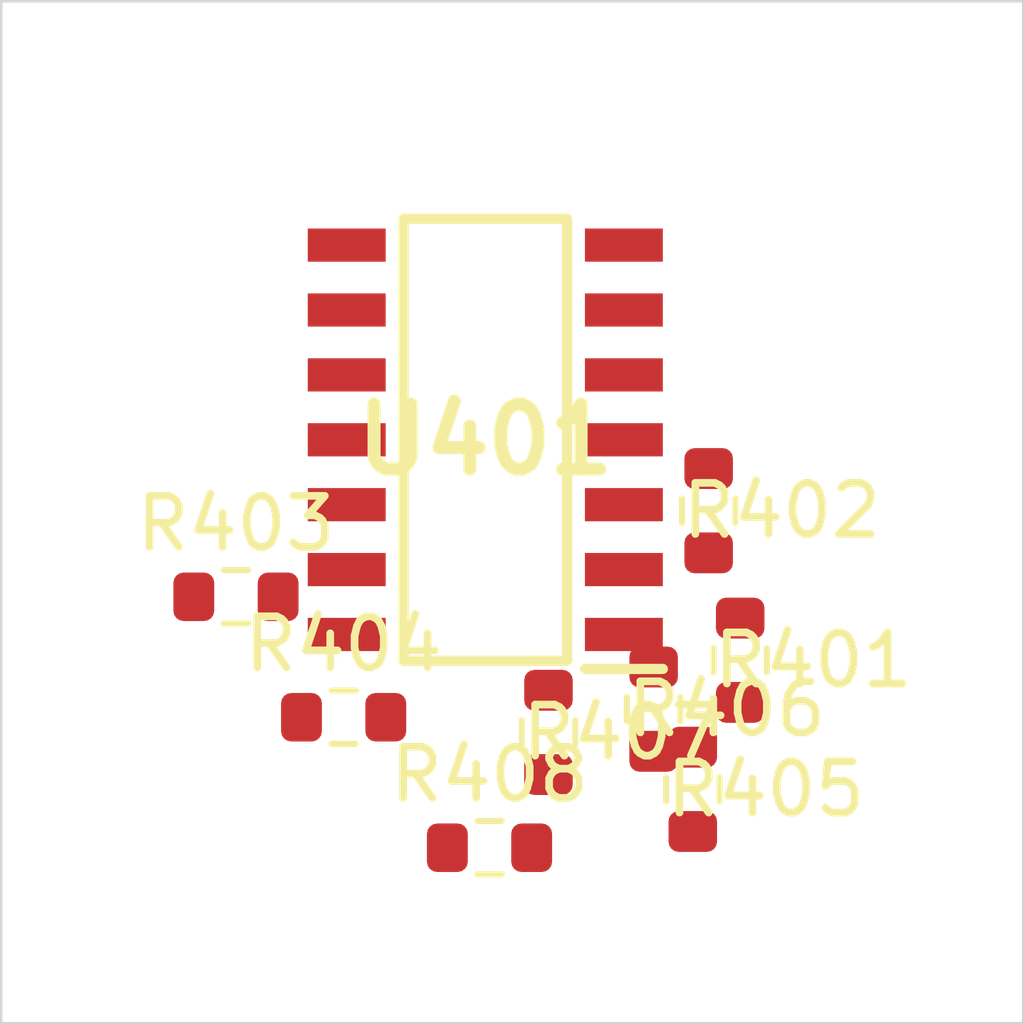
<source format=kicad_pcb>
 ( kicad_pcb  ( version 20171130 )
 ( host pcbnew 5.1.12-84ad8e8a86~92~ubuntu18.04.1 )
 ( general  ( thickness 1.6 )
 ( drawings 4 )
 ( tracks 0 )
 ( zones 0 )
 ( modules 9 )
 ( nets 14 )
)
 ( page A4 )
 ( layers  ( 0 F.Cu signal )
 ( 31 B.Cu signal )
 ( 32 B.Adhes user )
 ( 33 F.Adhes user )
 ( 34 B.Paste user )
 ( 35 F.Paste user )
 ( 36 B.SilkS user )
 ( 37 F.SilkS user )
 ( 38 B.Mask user )
 ( 39 F.Mask user )
 ( 40 Dwgs.User user )
 ( 41 Cmts.User user )
 ( 42 Eco1.User user )
 ( 43 Eco2.User user )
 ( 44 Edge.Cuts user )
 ( 45 Margin user )
 ( 46 B.CrtYd user )
 ( 47 F.CrtYd user )
 ( 48 B.Fab user )
 ( 49 F.Fab user )
)
 ( setup  ( last_trace_width 0.25 )
 ( trace_clearance 0.2 )
 ( zone_clearance 0.508 )
 ( zone_45_only no )
 ( trace_min 0.2 )
 ( via_size 0.8 )
 ( via_drill 0.4 )
 ( via_min_size 0.4 )
 ( via_min_drill 0.3 )
 ( uvia_size 0.3 )
 ( uvia_drill 0.1 )
 ( uvias_allowed no )
 ( uvia_min_size 0.2 )
 ( uvia_min_drill 0.1 )
 ( edge_width 0.05 )
 ( segment_width 0.2 )
 ( pcb_text_width 0.3 )
 ( pcb_text_size 1.5 1.5 )
 ( mod_edge_width 0.12 )
 ( mod_text_size 1 1 )
 ( mod_text_width 0.15 )
 ( pad_size 1.524 1.524 )
 ( pad_drill 0.762 )
 ( pad_to_mask_clearance 0 )
 ( aux_axis_origin 0 0 )
 ( visible_elements FFFFFF7F )
 ( pcbplotparams  ( layerselection 0x010fc_ffffffff )
 ( usegerberextensions false )
 ( usegerberattributes true )
 ( usegerberadvancedattributes true )
 ( creategerberjobfile true )
 ( excludeedgelayer true )
 ( linewidth 0.100000 )
 ( plotframeref false )
 ( viasonmask false )
 ( mode 1 )
 ( useauxorigin false )
 ( hpglpennumber 1 )
 ( hpglpenspeed 20 )
 ( hpglpendiameter 15.000000 )
 ( psnegative false )
 ( psa4output false )
 ( plotreference true )
 ( plotvalue true )
 ( plotinvisibletext false )
 ( padsonsilk false )
 ( subtractmaskfromsilk false )
 ( outputformat 1 )
 ( mirror false )
 ( drillshape 1 )
 ( scaleselection 1 )
 ( outputdirectory "" )
)
)
 ( net 0 "" )
 ( net 1 /Sheet6235D886/vp )
 ( net 2 /Sheet6248AD22/chn0 )
 ( net 3 /Sheet6248AD22/chn1 )
 ( net 4 /Sheet6248AD22/chn2 )
 ( net 5 /Sheet6248AD22/chn3 )
 ( net 6 "Net-(R401-Pad2)" )
 ( net 7 "Net-(R402-Pad2)" )
 ( net 8 "Net-(R403-Pad2)" )
 ( net 9 "Net-(R404-Pad2)" )
 ( net 10 /Sheet6248AD22/chn0_n )
 ( net 11 /Sheet6248AD22/chn1_n )
 ( net 12 /Sheet6248AD22/chn2_n )
 ( net 13 /Sheet6248AD22/chn3_n )
 ( net_class Default "This is the default net class."  ( clearance 0.2 )
 ( trace_width 0.25 )
 ( via_dia 0.8 )
 ( via_drill 0.4 )
 ( uvia_dia 0.3 )
 ( uvia_drill 0.1 )
 ( add_net /Sheet6235D886/vp )
 ( add_net /Sheet6248AD22/chn0 )
 ( add_net /Sheet6248AD22/chn0_n )
 ( add_net /Sheet6248AD22/chn1 )
 ( add_net /Sheet6248AD22/chn1_n )
 ( add_net /Sheet6248AD22/chn2 )
 ( add_net /Sheet6248AD22/chn2_n )
 ( add_net /Sheet6248AD22/chn3 )
 ( add_net /Sheet6248AD22/chn3_n )
 ( add_net "Net-(R401-Pad2)" )
 ( add_net "Net-(R402-Pad2)" )
 ( add_net "Net-(R403-Pad2)" )
 ( add_net "Net-(R404-Pad2)" )
)
 ( module Resistor_SMD:R_0603_1608Metric  ( layer F.Cu )
 ( tedit 5F68FEEE )
 ( tstamp 623425C8 )
 ( at 94.461400 112.897000 270.000000 )
 ( descr "Resistor SMD 0603 (1608 Metric), square (rectangular) end terminal, IPC_7351 nominal, (Body size source: IPC-SM-782 page 72, https://www.pcb-3d.com/wordpress/wp-content/uploads/ipc-sm-782a_amendment_1_and_2.pdf), generated with kicad-footprint-generator" )
 ( tags resistor )
 ( path /6248AD23/6249ADFD )
 ( attr smd )
 ( fp_text reference R401  ( at 0 -1.43 )
 ( layer F.SilkS )
 ( effects  ( font  ( size 1 1 )
 ( thickness 0.15 )
)
)
)
 ( fp_text value 10M  ( at 0 1.43 )
 ( layer F.Fab )
 ( effects  ( font  ( size 1 1 )
 ( thickness 0.15 )
)
)
)
 ( fp_line  ( start -0.8 0.4125 )
 ( end -0.8 -0.4125 )
 ( layer F.Fab )
 ( width 0.1 )
)
 ( fp_line  ( start -0.8 -0.4125 )
 ( end 0.8 -0.4125 )
 ( layer F.Fab )
 ( width 0.1 )
)
 ( fp_line  ( start 0.8 -0.4125 )
 ( end 0.8 0.4125 )
 ( layer F.Fab )
 ( width 0.1 )
)
 ( fp_line  ( start 0.8 0.4125 )
 ( end -0.8 0.4125 )
 ( layer F.Fab )
 ( width 0.1 )
)
 ( fp_line  ( start -0.237258 -0.5225 )
 ( end 0.237258 -0.5225 )
 ( layer F.SilkS )
 ( width 0.12 )
)
 ( fp_line  ( start -0.237258 0.5225 )
 ( end 0.237258 0.5225 )
 ( layer F.SilkS )
 ( width 0.12 )
)
 ( fp_line  ( start -1.48 0.73 )
 ( end -1.48 -0.73 )
 ( layer F.CrtYd )
 ( width 0.05 )
)
 ( fp_line  ( start -1.48 -0.73 )
 ( end 1.48 -0.73 )
 ( layer F.CrtYd )
 ( width 0.05 )
)
 ( fp_line  ( start 1.48 -0.73 )
 ( end 1.48 0.73 )
 ( layer F.CrtYd )
 ( width 0.05 )
)
 ( fp_line  ( start 1.48 0.73 )
 ( end -1.48 0.73 )
 ( layer F.CrtYd )
 ( width 0.05 )
)
 ( fp_text user %R  ( at 0 0 )
 ( layer F.Fab )
 ( effects  ( font  ( size 0.4 0.4 )
 ( thickness 0.06 )
)
)
)
 ( pad 2 smd roundrect  ( at 0.825 0 270.000000 )
 ( size 0.8 0.95 )
 ( layers F.Cu F.Mask F.Paste )
 ( roundrect_rratio 0.25 )
 ( net 6 "Net-(R401-Pad2)" )
)
 ( pad 1 smd roundrect  ( at -0.825 0 270.000000 )
 ( size 0.8 0.95 )
 ( layers F.Cu F.Mask F.Paste )
 ( roundrect_rratio 0.25 )
 ( net 10 /Sheet6248AD22/chn0_n )
)
 ( model ${KISYS3DMOD}/Resistor_SMD.3dshapes/R_0603_1608Metric.wrl  ( at  ( xyz 0 0 0 )
)
 ( scale  ( xyz 1 1 1 )
)
 ( rotate  ( xyz 0 0 0 )
)
)
)
 ( module Resistor_SMD:R_0603_1608Metric  ( layer F.Cu )
 ( tedit 5F68FEEE )
 ( tstamp 623425D9 )
 ( at 93.844300 109.970000 270.000000 )
 ( descr "Resistor SMD 0603 (1608 Metric), square (rectangular) end terminal, IPC_7351 nominal, (Body size source: IPC-SM-782 page 72, https://www.pcb-3d.com/wordpress/wp-content/uploads/ipc-sm-782a_amendment_1_and_2.pdf), generated with kicad-footprint-generator" )
 ( tags resistor )
 ( path /6248AD23/6249B75E )
 ( attr smd )
 ( fp_text reference R402  ( at 0 -1.43 )
 ( layer F.SilkS )
 ( effects  ( font  ( size 1 1 )
 ( thickness 0.15 )
)
)
)
 ( fp_text value 10M  ( at 0 1.43 )
 ( layer F.Fab )
 ( effects  ( font  ( size 1 1 )
 ( thickness 0.15 )
)
)
)
 ( fp_line  ( start 1.48 0.73 )
 ( end -1.48 0.73 )
 ( layer F.CrtYd )
 ( width 0.05 )
)
 ( fp_line  ( start 1.48 -0.73 )
 ( end 1.48 0.73 )
 ( layer F.CrtYd )
 ( width 0.05 )
)
 ( fp_line  ( start -1.48 -0.73 )
 ( end 1.48 -0.73 )
 ( layer F.CrtYd )
 ( width 0.05 )
)
 ( fp_line  ( start -1.48 0.73 )
 ( end -1.48 -0.73 )
 ( layer F.CrtYd )
 ( width 0.05 )
)
 ( fp_line  ( start -0.237258 0.5225 )
 ( end 0.237258 0.5225 )
 ( layer F.SilkS )
 ( width 0.12 )
)
 ( fp_line  ( start -0.237258 -0.5225 )
 ( end 0.237258 -0.5225 )
 ( layer F.SilkS )
 ( width 0.12 )
)
 ( fp_line  ( start 0.8 0.4125 )
 ( end -0.8 0.4125 )
 ( layer F.Fab )
 ( width 0.1 )
)
 ( fp_line  ( start 0.8 -0.4125 )
 ( end 0.8 0.4125 )
 ( layer F.Fab )
 ( width 0.1 )
)
 ( fp_line  ( start -0.8 -0.4125 )
 ( end 0.8 -0.4125 )
 ( layer F.Fab )
 ( width 0.1 )
)
 ( fp_line  ( start -0.8 0.4125 )
 ( end -0.8 -0.4125 )
 ( layer F.Fab )
 ( width 0.1 )
)
 ( fp_text user %R  ( at 0 0 )
 ( layer F.Fab )
 ( effects  ( font  ( size 0.4 0.4 )
 ( thickness 0.06 )
)
)
)
 ( pad 1 smd roundrect  ( at -0.825 0 270.000000 )
 ( size 0.8 0.95 )
 ( layers F.Cu F.Mask F.Paste )
 ( roundrect_rratio 0.25 )
 ( net 11 /Sheet6248AD22/chn1_n )
)
 ( pad 2 smd roundrect  ( at 0.825 0 270.000000 )
 ( size 0.8 0.95 )
 ( layers F.Cu F.Mask F.Paste )
 ( roundrect_rratio 0.25 )
 ( net 7 "Net-(R402-Pad2)" )
)
 ( model ${KISYS3DMOD}/Resistor_SMD.3dshapes/R_0603_1608Metric.wrl  ( at  ( xyz 0 0 0 )
)
 ( scale  ( xyz 1 1 1 )
)
 ( rotate  ( xyz 0 0 0 )
)
)
)
 ( module Resistor_SMD:R_0603_1608Metric  ( layer F.Cu )
 ( tedit 5F68FEEE )
 ( tstamp 623425EA )
 ( at 84.593100 111.655000 )
 ( descr "Resistor SMD 0603 (1608 Metric), square (rectangular) end terminal, IPC_7351 nominal, (Body size source: IPC-SM-782 page 72, https://www.pcb-3d.com/wordpress/wp-content/uploads/ipc-sm-782a_amendment_1_and_2.pdf), generated with kicad-footprint-generator" )
 ( tags resistor )
 ( path /6248AD23/6249FB7A )
 ( attr smd )
 ( fp_text reference R403  ( at 0 -1.43 )
 ( layer F.SilkS )
 ( effects  ( font  ( size 1 1 )
 ( thickness 0.15 )
)
)
)
 ( fp_text value 10M  ( at 0 1.43 )
 ( layer F.Fab )
 ( effects  ( font  ( size 1 1 )
 ( thickness 0.15 )
)
)
)
 ( fp_line  ( start 1.48 0.73 )
 ( end -1.48 0.73 )
 ( layer F.CrtYd )
 ( width 0.05 )
)
 ( fp_line  ( start 1.48 -0.73 )
 ( end 1.48 0.73 )
 ( layer F.CrtYd )
 ( width 0.05 )
)
 ( fp_line  ( start -1.48 -0.73 )
 ( end 1.48 -0.73 )
 ( layer F.CrtYd )
 ( width 0.05 )
)
 ( fp_line  ( start -1.48 0.73 )
 ( end -1.48 -0.73 )
 ( layer F.CrtYd )
 ( width 0.05 )
)
 ( fp_line  ( start -0.237258 0.5225 )
 ( end 0.237258 0.5225 )
 ( layer F.SilkS )
 ( width 0.12 )
)
 ( fp_line  ( start -0.237258 -0.5225 )
 ( end 0.237258 -0.5225 )
 ( layer F.SilkS )
 ( width 0.12 )
)
 ( fp_line  ( start 0.8 0.4125 )
 ( end -0.8 0.4125 )
 ( layer F.Fab )
 ( width 0.1 )
)
 ( fp_line  ( start 0.8 -0.4125 )
 ( end 0.8 0.4125 )
 ( layer F.Fab )
 ( width 0.1 )
)
 ( fp_line  ( start -0.8 -0.4125 )
 ( end 0.8 -0.4125 )
 ( layer F.Fab )
 ( width 0.1 )
)
 ( fp_line  ( start -0.8 0.4125 )
 ( end -0.8 -0.4125 )
 ( layer F.Fab )
 ( width 0.1 )
)
 ( fp_text user %R  ( at 0 0 )
 ( layer F.Fab )
 ( effects  ( font  ( size 0.4 0.4 )
 ( thickness 0.06 )
)
)
)
 ( pad 1 smd roundrect  ( at -0.825 0 )
 ( size 0.8 0.95 )
 ( layers F.Cu F.Mask F.Paste )
 ( roundrect_rratio 0.25 )
 ( net 12 /Sheet6248AD22/chn2_n )
)
 ( pad 2 smd roundrect  ( at 0.825 0 )
 ( size 0.8 0.95 )
 ( layers F.Cu F.Mask F.Paste )
 ( roundrect_rratio 0.25 )
 ( net 8 "Net-(R403-Pad2)" )
)
 ( model ${KISYS3DMOD}/Resistor_SMD.3dshapes/R_0603_1608Metric.wrl  ( at  ( xyz 0 0 0 )
)
 ( scale  ( xyz 1 1 1 )
)
 ( rotate  ( xyz 0 0 0 )
)
)
)
 ( module Resistor_SMD:R_0603_1608Metric  ( layer F.Cu )
 ( tedit 5F68FEEE )
 ( tstamp 623425FB )
 ( at 86.700100 114.012000 )
 ( descr "Resistor SMD 0603 (1608 Metric), square (rectangular) end terminal, IPC_7351 nominal, (Body size source: IPC-SM-782 page 72, https://www.pcb-3d.com/wordpress/wp-content/uploads/ipc-sm-782a_amendment_1_and_2.pdf), generated with kicad-footprint-generator" )
 ( tags resistor )
 ( path /6248AD23/6249FB74 )
 ( attr smd )
 ( fp_text reference R404  ( at 0 -1.43 )
 ( layer F.SilkS )
 ( effects  ( font  ( size 1 1 )
 ( thickness 0.15 )
)
)
)
 ( fp_text value 10M  ( at 0 1.43 )
 ( layer F.Fab )
 ( effects  ( font  ( size 1 1 )
 ( thickness 0.15 )
)
)
)
 ( fp_line  ( start -0.8 0.4125 )
 ( end -0.8 -0.4125 )
 ( layer F.Fab )
 ( width 0.1 )
)
 ( fp_line  ( start -0.8 -0.4125 )
 ( end 0.8 -0.4125 )
 ( layer F.Fab )
 ( width 0.1 )
)
 ( fp_line  ( start 0.8 -0.4125 )
 ( end 0.8 0.4125 )
 ( layer F.Fab )
 ( width 0.1 )
)
 ( fp_line  ( start 0.8 0.4125 )
 ( end -0.8 0.4125 )
 ( layer F.Fab )
 ( width 0.1 )
)
 ( fp_line  ( start -0.237258 -0.5225 )
 ( end 0.237258 -0.5225 )
 ( layer F.SilkS )
 ( width 0.12 )
)
 ( fp_line  ( start -0.237258 0.5225 )
 ( end 0.237258 0.5225 )
 ( layer F.SilkS )
 ( width 0.12 )
)
 ( fp_line  ( start -1.48 0.73 )
 ( end -1.48 -0.73 )
 ( layer F.CrtYd )
 ( width 0.05 )
)
 ( fp_line  ( start -1.48 -0.73 )
 ( end 1.48 -0.73 )
 ( layer F.CrtYd )
 ( width 0.05 )
)
 ( fp_line  ( start 1.48 -0.73 )
 ( end 1.48 0.73 )
 ( layer F.CrtYd )
 ( width 0.05 )
)
 ( fp_line  ( start 1.48 0.73 )
 ( end -1.48 0.73 )
 ( layer F.CrtYd )
 ( width 0.05 )
)
 ( fp_text user %R  ( at 0 0 )
 ( layer F.Fab )
 ( effects  ( font  ( size 0.4 0.4 )
 ( thickness 0.06 )
)
)
)
 ( pad 2 smd roundrect  ( at 0.825 0 )
 ( size 0.8 0.95 )
 ( layers F.Cu F.Mask F.Paste )
 ( roundrect_rratio 0.25 )
 ( net 9 "Net-(R404-Pad2)" )
)
 ( pad 1 smd roundrect  ( at -0.825 0 )
 ( size 0.8 0.95 )
 ( layers F.Cu F.Mask F.Paste )
 ( roundrect_rratio 0.25 )
 ( net 13 /Sheet6248AD22/chn3_n )
)
 ( model ${KISYS3DMOD}/Resistor_SMD.3dshapes/R_0603_1608Metric.wrl  ( at  ( xyz 0 0 0 )
)
 ( scale  ( xyz 1 1 1 )
)
 ( rotate  ( xyz 0 0 0 )
)
)
)
 ( module Resistor_SMD:R_0603_1608Metric  ( layer F.Cu )
 ( tedit 5F68FEEE )
 ( tstamp 6234260C )
 ( at 93.533600 115.423000 270.000000 )
 ( descr "Resistor SMD 0603 (1608 Metric), square (rectangular) end terminal, IPC_7351 nominal, (Body size source: IPC-SM-782 page 72, https://www.pcb-3d.com/wordpress/wp-content/uploads/ipc-sm-782a_amendment_1_and_2.pdf), generated with kicad-footprint-generator" )
 ( tags resistor )
 ( path /6248AD23/62497F62 )
 ( attr smd )
 ( fp_text reference R405  ( at 0 -1.43 )
 ( layer F.SilkS )
 ( effects  ( font  ( size 1 1 )
 ( thickness 0.15 )
)
)
)
 ( fp_text value 750k  ( at 0 1.43 )
 ( layer F.Fab )
 ( effects  ( font  ( size 1 1 )
 ( thickness 0.15 )
)
)
)
 ( fp_line  ( start -0.8 0.4125 )
 ( end -0.8 -0.4125 )
 ( layer F.Fab )
 ( width 0.1 )
)
 ( fp_line  ( start -0.8 -0.4125 )
 ( end 0.8 -0.4125 )
 ( layer F.Fab )
 ( width 0.1 )
)
 ( fp_line  ( start 0.8 -0.4125 )
 ( end 0.8 0.4125 )
 ( layer F.Fab )
 ( width 0.1 )
)
 ( fp_line  ( start 0.8 0.4125 )
 ( end -0.8 0.4125 )
 ( layer F.Fab )
 ( width 0.1 )
)
 ( fp_line  ( start -0.237258 -0.5225 )
 ( end 0.237258 -0.5225 )
 ( layer F.SilkS )
 ( width 0.12 )
)
 ( fp_line  ( start -0.237258 0.5225 )
 ( end 0.237258 0.5225 )
 ( layer F.SilkS )
 ( width 0.12 )
)
 ( fp_line  ( start -1.48 0.73 )
 ( end -1.48 -0.73 )
 ( layer F.CrtYd )
 ( width 0.05 )
)
 ( fp_line  ( start -1.48 -0.73 )
 ( end 1.48 -0.73 )
 ( layer F.CrtYd )
 ( width 0.05 )
)
 ( fp_line  ( start 1.48 -0.73 )
 ( end 1.48 0.73 )
 ( layer F.CrtYd )
 ( width 0.05 )
)
 ( fp_line  ( start 1.48 0.73 )
 ( end -1.48 0.73 )
 ( layer F.CrtYd )
 ( width 0.05 )
)
 ( fp_text user %R  ( at 0 0 )
 ( layer F.Fab )
 ( effects  ( font  ( size 0.4 0.4 )
 ( thickness 0.06 )
)
)
)
 ( pad 2 smd roundrect  ( at 0.825 0 270.000000 )
 ( size 0.8 0.95 )
 ( layers F.Cu F.Mask F.Paste )
 ( roundrect_rratio 0.25 )
 ( net 6 "Net-(R401-Pad2)" )
)
 ( pad 1 smd roundrect  ( at -0.825 0 270.000000 )
 ( size 0.8 0.95 )
 ( layers F.Cu F.Mask F.Paste )
 ( roundrect_rratio 0.25 )
 ( net 1 /Sheet6235D886/vp )
)
 ( model ${KISYS3DMOD}/Resistor_SMD.3dshapes/R_0603_1608Metric.wrl  ( at  ( xyz 0 0 0 )
)
 ( scale  ( xyz 1 1 1 )
)
 ( rotate  ( xyz 0 0 0 )
)
)
)
 ( module Resistor_SMD:R_0603_1608Metric  ( layer F.Cu )
 ( tedit 5F68FEEE )
 ( tstamp 6234261D )
 ( at 92.767200 113.854000 270.000000 )
 ( descr "Resistor SMD 0603 (1608 Metric), square (rectangular) end terminal, IPC_7351 nominal, (Body size source: IPC-SM-782 page 72, https://www.pcb-3d.com/wordpress/wp-content/uploads/ipc-sm-782a_amendment_1_and_2.pdf), generated with kicad-footprint-generator" )
 ( tags resistor )
 ( path /6248AD23/62499098 )
 ( attr smd )
 ( fp_text reference R406  ( at 0 -1.43 )
 ( layer F.SilkS )
 ( effects  ( font  ( size 1 1 )
 ( thickness 0.15 )
)
)
)
 ( fp_text value 750k  ( at 0 1.43 )
 ( layer F.Fab )
 ( effects  ( font  ( size 1 1 )
 ( thickness 0.15 )
)
)
)
 ( fp_line  ( start 1.48 0.73 )
 ( end -1.48 0.73 )
 ( layer F.CrtYd )
 ( width 0.05 )
)
 ( fp_line  ( start 1.48 -0.73 )
 ( end 1.48 0.73 )
 ( layer F.CrtYd )
 ( width 0.05 )
)
 ( fp_line  ( start -1.48 -0.73 )
 ( end 1.48 -0.73 )
 ( layer F.CrtYd )
 ( width 0.05 )
)
 ( fp_line  ( start -1.48 0.73 )
 ( end -1.48 -0.73 )
 ( layer F.CrtYd )
 ( width 0.05 )
)
 ( fp_line  ( start -0.237258 0.5225 )
 ( end 0.237258 0.5225 )
 ( layer F.SilkS )
 ( width 0.12 )
)
 ( fp_line  ( start -0.237258 -0.5225 )
 ( end 0.237258 -0.5225 )
 ( layer F.SilkS )
 ( width 0.12 )
)
 ( fp_line  ( start 0.8 0.4125 )
 ( end -0.8 0.4125 )
 ( layer F.Fab )
 ( width 0.1 )
)
 ( fp_line  ( start 0.8 -0.4125 )
 ( end 0.8 0.4125 )
 ( layer F.Fab )
 ( width 0.1 )
)
 ( fp_line  ( start -0.8 -0.4125 )
 ( end 0.8 -0.4125 )
 ( layer F.Fab )
 ( width 0.1 )
)
 ( fp_line  ( start -0.8 0.4125 )
 ( end -0.8 -0.4125 )
 ( layer F.Fab )
 ( width 0.1 )
)
 ( fp_text user %R  ( at 0 0 )
 ( layer F.Fab )
 ( effects  ( font  ( size 0.4 0.4 )
 ( thickness 0.06 )
)
)
)
 ( pad 1 smd roundrect  ( at -0.825 0 270.000000 )
 ( size 0.8 0.95 )
 ( layers F.Cu F.Mask F.Paste )
 ( roundrect_rratio 0.25 )
 ( net 1 /Sheet6235D886/vp )
)
 ( pad 2 smd roundrect  ( at 0.825 0 270.000000 )
 ( size 0.8 0.95 )
 ( layers F.Cu F.Mask F.Paste )
 ( roundrect_rratio 0.25 )
 ( net 7 "Net-(R402-Pad2)" )
)
 ( model ${KISYS3DMOD}/Resistor_SMD.3dshapes/R_0603_1608Metric.wrl  ( at  ( xyz 0 0 0 )
)
 ( scale  ( xyz 1 1 1 )
)
 ( rotate  ( xyz 0 0 0 )
)
)
)
 ( module Resistor_SMD:R_0603_1608Metric  ( layer F.Cu )
 ( tedit 5F68FEEE )
 ( tstamp 6234262E )
 ( at 90.709300 114.309000 270.000000 )
 ( descr "Resistor SMD 0603 (1608 Metric), square (rectangular) end terminal, IPC_7351 nominal, (Body size source: IPC-SM-782 page 72, https://www.pcb-3d.com/wordpress/wp-content/uploads/ipc-sm-782a_amendment_1_and_2.pdf), generated with kicad-footprint-generator" )
 ( tags resistor )
 ( path /6248AD23/624A0FFB )
 ( attr smd )
 ( fp_text reference R407  ( at 0 -1.43 )
 ( layer F.SilkS )
 ( effects  ( font  ( size 1 1 )
 ( thickness 0.15 )
)
)
)
 ( fp_text value 1.5M  ( at 0 1.43 )
 ( layer F.Fab )
 ( effects  ( font  ( size 1 1 )
 ( thickness 0.15 )
)
)
)
 ( fp_line  ( start 1.48 0.73 )
 ( end -1.48 0.73 )
 ( layer F.CrtYd )
 ( width 0.05 )
)
 ( fp_line  ( start 1.48 -0.73 )
 ( end 1.48 0.73 )
 ( layer F.CrtYd )
 ( width 0.05 )
)
 ( fp_line  ( start -1.48 -0.73 )
 ( end 1.48 -0.73 )
 ( layer F.CrtYd )
 ( width 0.05 )
)
 ( fp_line  ( start -1.48 0.73 )
 ( end -1.48 -0.73 )
 ( layer F.CrtYd )
 ( width 0.05 )
)
 ( fp_line  ( start -0.237258 0.5225 )
 ( end 0.237258 0.5225 )
 ( layer F.SilkS )
 ( width 0.12 )
)
 ( fp_line  ( start -0.237258 -0.5225 )
 ( end 0.237258 -0.5225 )
 ( layer F.SilkS )
 ( width 0.12 )
)
 ( fp_line  ( start 0.8 0.4125 )
 ( end -0.8 0.4125 )
 ( layer F.Fab )
 ( width 0.1 )
)
 ( fp_line  ( start 0.8 -0.4125 )
 ( end 0.8 0.4125 )
 ( layer F.Fab )
 ( width 0.1 )
)
 ( fp_line  ( start -0.8 -0.4125 )
 ( end 0.8 -0.4125 )
 ( layer F.Fab )
 ( width 0.1 )
)
 ( fp_line  ( start -0.8 0.4125 )
 ( end -0.8 -0.4125 )
 ( layer F.Fab )
 ( width 0.1 )
)
 ( fp_text user %R  ( at 0 0 )
 ( layer F.Fab )
 ( effects  ( font  ( size 0.4 0.4 )
 ( thickness 0.06 )
)
)
)
 ( pad 1 smd roundrect  ( at -0.825 0 270.000000 )
 ( size 0.8 0.95 )
 ( layers F.Cu F.Mask F.Paste )
 ( roundrect_rratio 0.25 )
 ( net 1 /Sheet6235D886/vp )
)
 ( pad 2 smd roundrect  ( at 0.825 0 270.000000 )
 ( size 0.8 0.95 )
 ( layers F.Cu F.Mask F.Paste )
 ( roundrect_rratio 0.25 )
 ( net 8 "Net-(R403-Pad2)" )
)
 ( model ${KISYS3DMOD}/Resistor_SMD.3dshapes/R_0603_1608Metric.wrl  ( at  ( xyz 0 0 0 )
)
 ( scale  ( xyz 1 1 1 )
)
 ( rotate  ( xyz 0 0 0 )
)
)
)
 ( module Resistor_SMD:R_0603_1608Metric  ( layer F.Cu )
 ( tedit 5F68FEEE )
 ( tstamp 6234263F )
 ( at 89.555400 116.566000 )
 ( descr "Resistor SMD 0603 (1608 Metric), square (rectangular) end terminal, IPC_7351 nominal, (Body size source: IPC-SM-782 page 72, https://www.pcb-3d.com/wordpress/wp-content/uploads/ipc-sm-782a_amendment_1_and_2.pdf), generated with kicad-footprint-generator" )
 ( tags resistor )
 ( path /6248AD23/624A093C )
 ( attr smd )
 ( fp_text reference R408  ( at 0 -1.43 )
 ( layer F.SilkS )
 ( effects  ( font  ( size 1 1 )
 ( thickness 0.15 )
)
)
)
 ( fp_text value 1.5M  ( at 0 1.43 )
 ( layer F.Fab )
 ( effects  ( font  ( size 1 1 )
 ( thickness 0.15 )
)
)
)
 ( fp_line  ( start -0.8 0.4125 )
 ( end -0.8 -0.4125 )
 ( layer F.Fab )
 ( width 0.1 )
)
 ( fp_line  ( start -0.8 -0.4125 )
 ( end 0.8 -0.4125 )
 ( layer F.Fab )
 ( width 0.1 )
)
 ( fp_line  ( start 0.8 -0.4125 )
 ( end 0.8 0.4125 )
 ( layer F.Fab )
 ( width 0.1 )
)
 ( fp_line  ( start 0.8 0.4125 )
 ( end -0.8 0.4125 )
 ( layer F.Fab )
 ( width 0.1 )
)
 ( fp_line  ( start -0.237258 -0.5225 )
 ( end 0.237258 -0.5225 )
 ( layer F.SilkS )
 ( width 0.12 )
)
 ( fp_line  ( start -0.237258 0.5225 )
 ( end 0.237258 0.5225 )
 ( layer F.SilkS )
 ( width 0.12 )
)
 ( fp_line  ( start -1.48 0.73 )
 ( end -1.48 -0.73 )
 ( layer F.CrtYd )
 ( width 0.05 )
)
 ( fp_line  ( start -1.48 -0.73 )
 ( end 1.48 -0.73 )
 ( layer F.CrtYd )
 ( width 0.05 )
)
 ( fp_line  ( start 1.48 -0.73 )
 ( end 1.48 0.73 )
 ( layer F.CrtYd )
 ( width 0.05 )
)
 ( fp_line  ( start 1.48 0.73 )
 ( end -1.48 0.73 )
 ( layer F.CrtYd )
 ( width 0.05 )
)
 ( fp_text user %R  ( at 0 0 )
 ( layer F.Fab )
 ( effects  ( font  ( size 0.4 0.4 )
 ( thickness 0.06 )
)
)
)
 ( pad 2 smd roundrect  ( at 0.825 0 )
 ( size 0.8 0.95 )
 ( layers F.Cu F.Mask F.Paste )
 ( roundrect_rratio 0.25 )
 ( net 9 "Net-(R404-Pad2)" )
)
 ( pad 1 smd roundrect  ( at -0.825 0 )
 ( size 0.8 0.95 )
 ( layers F.Cu F.Mask F.Paste )
 ( roundrect_rratio 0.25 )
 ( net 1 /Sheet6235D886/vp )
)
 ( model ${KISYS3DMOD}/Resistor_SMD.3dshapes/R_0603_1608Metric.wrl  ( at  ( xyz 0 0 0 )
)
 ( scale  ( xyz 1 1 1 )
)
 ( rotate  ( xyz 0 0 0 )
)
)
)
 ( module TL074HIDR:SOIC127P600X175-14N locked  ( layer F.Cu )
 ( tedit 62336F37 )
 ( tstamp 62342709 )
 ( at 89.472900 108.582000 180.000000 )
 ( descr "D (-R-PDSO-G14)" )
 ( tags "Integrated Circuit" )
 ( path /6248AD23/624976B2 )
 ( attr smd )
 ( fp_text reference U401  ( at 0 0 )
 ( layer F.SilkS )
 ( effects  ( font  ( size 1.27 1.27 )
 ( thickness 0.254 )
)
)
)
 ( fp_text value TL074  ( at 0 0 )
 ( layer F.SilkS )
hide  ( effects  ( font  ( size 1.27 1.27 )
 ( thickness 0.254 )
)
)
)
 ( fp_line  ( start -3.725 -4.625 )
 ( end 3.725 -4.625 )
 ( layer Dwgs.User )
 ( width 0.05 )
)
 ( fp_line  ( start 3.725 -4.625 )
 ( end 3.725 4.625 )
 ( layer Dwgs.User )
 ( width 0.05 )
)
 ( fp_line  ( start 3.725 4.625 )
 ( end -3.725 4.625 )
 ( layer Dwgs.User )
 ( width 0.05 )
)
 ( fp_line  ( start -3.725 4.625 )
 ( end -3.725 -4.625 )
 ( layer Dwgs.User )
 ( width 0.05 )
)
 ( fp_line  ( start -1.95 -4.325 )
 ( end 1.95 -4.325 )
 ( layer Dwgs.User )
 ( width 0.1 )
)
 ( fp_line  ( start 1.95 -4.325 )
 ( end 1.95 4.325 )
 ( layer Dwgs.User )
 ( width 0.1 )
)
 ( fp_line  ( start 1.95 4.325 )
 ( end -1.95 4.325 )
 ( layer Dwgs.User )
 ( width 0.1 )
)
 ( fp_line  ( start -1.95 4.325 )
 ( end -1.95 -4.325 )
 ( layer Dwgs.User )
 ( width 0.1 )
)
 ( fp_line  ( start -1.95 -3.055 )
 ( end -0.68 -4.325 )
 ( layer Dwgs.User )
 ( width 0.1 )
)
 ( fp_line  ( start -1.6 -4.325 )
 ( end 1.6 -4.325 )
 ( layer F.SilkS )
 ( width 0.2 )
)
 ( fp_line  ( start 1.6 -4.325 )
 ( end 1.6 4.325 )
 ( layer F.SilkS )
 ( width 0.2 )
)
 ( fp_line  ( start 1.6 4.325 )
 ( end -1.6 4.325 )
 ( layer F.SilkS )
 ( width 0.2 )
)
 ( fp_line  ( start -1.6 4.325 )
 ( end -1.6 -4.325 )
 ( layer F.SilkS )
 ( width 0.2 )
)
 ( fp_line  ( start -3.475 -4.485 )
 ( end -1.95 -4.485 )
 ( layer F.SilkS )
 ( width 0.2 )
)
 ( pad 1 smd rect  ( at -2.712 -3.81 270.000000 )
 ( size 0.65 1.525 )
 ( layers F.Cu F.Mask F.Paste )
 ( net 2 /Sheet6248AD22/chn0 )
)
 ( pad 2 smd rect  ( at -2.712 -2.54 270.000000 )
 ( size 0.65 1.525 )
 ( layers F.Cu F.Mask F.Paste )
 ( net 2 /Sheet6248AD22/chn0 )
)
 ( pad 3 smd rect  ( at -2.712 -1.27 270.000000 )
 ( size 0.65 1.525 )
 ( layers F.Cu F.Mask F.Paste )
 ( net 6 "Net-(R401-Pad2)" )
)
 ( pad 4 smd rect  ( at -2.712 0 270.000000 )
 ( size 0.65 1.525 )
 ( layers F.Cu F.Mask F.Paste )
)
 ( pad 5 smd rect  ( at -2.712 1.27 270.000000 )
 ( size 0.65 1.525 )
 ( layers F.Cu F.Mask F.Paste )
 ( net 7 "Net-(R402-Pad2)" )
)
 ( pad 6 smd rect  ( at -2.712 2.54 270.000000 )
 ( size 0.65 1.525 )
 ( layers F.Cu F.Mask F.Paste )
 ( net 3 /Sheet6248AD22/chn1 )
)
 ( pad 7 smd rect  ( at -2.712 3.81 270.000000 )
 ( size 0.65 1.525 )
 ( layers F.Cu F.Mask F.Paste )
 ( net 3 /Sheet6248AD22/chn1 )
)
 ( pad 8 smd rect  ( at 2.712 3.81 270.000000 )
 ( size 0.65 1.525 )
 ( layers F.Cu F.Mask F.Paste )
 ( net 4 /Sheet6248AD22/chn2 )
)
 ( pad 9 smd rect  ( at 2.712 2.54 270.000000 )
 ( size 0.65 1.525 )
 ( layers F.Cu F.Mask F.Paste )
 ( net 4 /Sheet6248AD22/chn2 )
)
 ( pad 10 smd rect  ( at 2.712 1.27 270.000000 )
 ( size 0.65 1.525 )
 ( layers F.Cu F.Mask F.Paste )
 ( net 8 "Net-(R403-Pad2)" )
)
 ( pad 11 smd rect  ( at 2.712 0 270.000000 )
 ( size 0.65 1.525 )
 ( layers F.Cu F.Mask F.Paste )
)
 ( pad 12 smd rect  ( at 2.712 -1.27 270.000000 )
 ( size 0.65 1.525 )
 ( layers F.Cu F.Mask F.Paste )
 ( net 9 "Net-(R404-Pad2)" )
)
 ( pad 13 smd rect  ( at 2.712 -2.54 270.000000 )
 ( size 0.65 1.525 )
 ( layers F.Cu F.Mask F.Paste )
 ( net 5 /Sheet6248AD22/chn3 )
)
 ( pad 14 smd rect  ( at 2.712 -3.81 270.000000 )
 ( size 0.65 1.525 )
 ( layers F.Cu F.Mask F.Paste )
 ( net 5 /Sheet6248AD22/chn3 )
)
)
 ( gr_line  ( start 100 100 )
 ( end 100 120 )
 ( layer Edge.Cuts )
 ( width 0.05 )
 ( tstamp 62E76D2A )
)
 ( gr_line  ( start 80 120 )
 ( end 100 120 )
 ( layer Edge.Cuts )
 ( width 0.05 )
 ( tstamp 62E76D27 )
)
 ( gr_line  ( start 80 100 )
 ( end 80 120 )
 ( layer Edge.Cuts )
 ( width 0.05 )
 ( tstamp 6234110C )
)
 ( gr_line  ( start 80 100 )
 ( end 100 100 )
 ( layer Edge.Cuts )
 ( width 0.05 )
)
)

</source>
